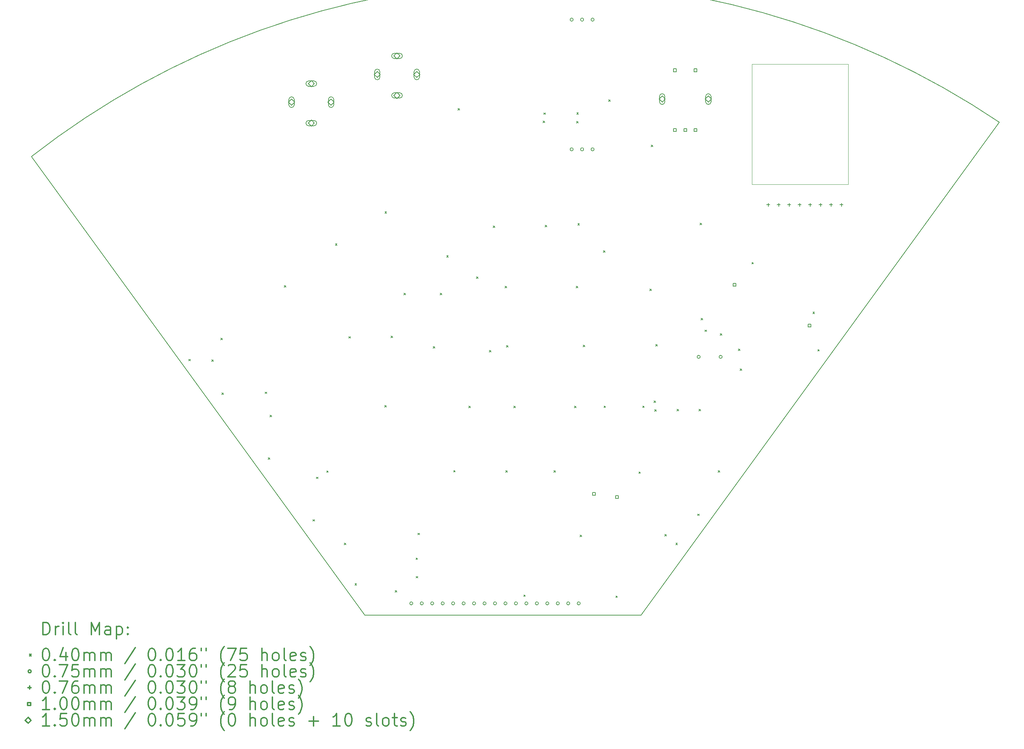
<source format=gbr>
%FSLAX45Y45*%
G04 Gerber Fmt 4.5, Leading zero omitted, Abs format (unit mm)*
G04 Created by KiCad (PCBNEW (5.1.7-0-10_14)) date 2021-04-07 16:23:26*
%MOMM*%
%LPD*%
G01*
G04 APERTURE LIST*
%TA.AperFunction,Profile*%
%ADD10C,0.050000*%
%TD*%
%TA.AperFunction,Profile*%
%ADD11C,0.150000*%
%TD*%
%ADD12C,0.200000*%
%ADD13C,0.300000*%
G04 APERTURE END LIST*
D10*
X19680000Y-7320000D02*
X19860000Y-7320000D01*
X19680000Y-4400000D02*
X19680000Y-7320000D01*
X22020000Y-7320000D02*
X19860000Y-7320000D01*
X22020000Y-4400000D02*
X22020000Y-7320000D01*
X19680000Y-4400000D02*
X22020000Y-4400000D01*
D11*
X25690302Y-5809164D02*
G75*
G03*
X2193600Y-6640400I-11176302J-16585836D01*
G01*
X10289100Y-17783000D02*
X2193600Y-6640400D01*
X16990800Y-17783000D02*
X25690300Y-5809100D01*
X10289100Y-17783000D02*
X16990800Y-17783000D01*
D12*
X6010000Y-11563000D02*
X6050000Y-11603000D01*
X6050000Y-11563000D02*
X6010000Y-11603000D01*
X6571000Y-11575000D02*
X6611000Y-11615000D01*
X6611000Y-11575000D02*
X6571000Y-11615000D01*
X6787000Y-11054000D02*
X6827000Y-11094000D01*
X6827000Y-11054000D02*
X6787000Y-11094000D01*
X6818000Y-12384000D02*
X6858000Y-12424000D01*
X6858000Y-12384000D02*
X6818000Y-12424000D01*
X7865100Y-12360900D02*
X7905100Y-12400900D01*
X7905100Y-12360900D02*
X7865100Y-12400900D01*
X7939000Y-13954000D02*
X7979000Y-13994000D01*
X7979000Y-13954000D02*
X7939000Y-13994000D01*
X7984000Y-12923000D02*
X8024000Y-12963000D01*
X8024000Y-12923000D02*
X7984000Y-12963000D01*
X8327850Y-9775650D02*
X8367850Y-9815650D01*
X8367850Y-9775650D02*
X8327850Y-9815650D01*
X9025000Y-15458000D02*
X9065000Y-15498000D01*
X9065000Y-15458000D02*
X9025000Y-15498000D01*
X9111000Y-14426000D02*
X9151000Y-14466000D01*
X9151000Y-14426000D02*
X9111000Y-14466000D01*
X9358800Y-14274000D02*
X9398800Y-14314000D01*
X9398800Y-14274000D02*
X9358800Y-14314000D01*
X9570700Y-8757900D02*
X9610700Y-8797900D01*
X9610700Y-8757900D02*
X9570700Y-8797900D01*
X9786000Y-16030000D02*
X9826000Y-16070000D01*
X9826000Y-16030000D02*
X9786000Y-16070000D01*
X9896300Y-11013900D02*
X9936300Y-11053900D01*
X9936300Y-11013900D02*
X9896300Y-11053900D01*
X10044000Y-17015000D02*
X10084000Y-17055000D01*
X10084000Y-17015000D02*
X10044000Y-17055000D01*
X10769150Y-12685850D02*
X10809150Y-12725850D01*
X10809150Y-12685850D02*
X10769150Y-12725850D01*
X10773850Y-7979850D02*
X10813850Y-8019850D01*
X10813850Y-7979850D02*
X10773850Y-8019850D01*
X10923000Y-11001000D02*
X10963000Y-11041000D01*
X10963000Y-11001000D02*
X10923000Y-11041000D01*
X11026000Y-17184000D02*
X11066000Y-17224000D01*
X11066000Y-17184000D02*
X11026000Y-17224000D01*
X11232500Y-9962500D02*
X11272500Y-10002500D01*
X11272500Y-9962500D02*
X11232500Y-10002500D01*
X11527000Y-16390000D02*
X11567000Y-16430000D01*
X11567000Y-16390000D02*
X11527000Y-16430000D01*
X11530000Y-16839000D02*
X11570000Y-16879000D01*
X11570000Y-16839000D02*
X11530000Y-16879000D01*
X11573000Y-15788000D02*
X11613000Y-15828000D01*
X11613000Y-15788000D02*
X11573000Y-15828000D01*
X11944000Y-11257000D02*
X11984000Y-11297000D01*
X11984000Y-11257000D02*
X11944000Y-11297000D01*
X12115000Y-9961000D02*
X12155000Y-10001000D01*
X12155000Y-9961000D02*
X12115000Y-10001000D01*
X12272900Y-9047100D02*
X12312900Y-9087100D01*
X12312900Y-9047100D02*
X12272900Y-9087100D01*
X12440200Y-14266000D02*
X12480200Y-14306000D01*
X12480200Y-14266000D02*
X12440200Y-14306000D01*
X12550000Y-5470000D02*
X12590000Y-5510000D01*
X12590000Y-5470000D02*
X12550000Y-5510000D01*
X12811400Y-12701000D02*
X12851400Y-12741000D01*
X12851400Y-12701000D02*
X12811400Y-12741000D01*
X12993000Y-9560000D02*
X13033000Y-9600000D01*
X13033000Y-9560000D02*
X12993000Y-9600000D01*
X13311000Y-11350000D02*
X13351000Y-11390000D01*
X13351000Y-11350000D02*
X13311000Y-11390000D01*
X13400800Y-8327000D02*
X13440800Y-8367000D01*
X13440800Y-8327000D02*
X13400800Y-8367000D01*
X13690400Y-9790000D02*
X13730400Y-9830000D01*
X13730400Y-9790000D02*
X13690400Y-9830000D01*
X13705200Y-14271000D02*
X13745200Y-14311000D01*
X13745200Y-14271000D02*
X13705200Y-14311000D01*
X13726600Y-11227000D02*
X13766600Y-11267000D01*
X13766600Y-11227000D02*
X13726600Y-11267000D01*
X13900600Y-12704000D02*
X13940600Y-12744000D01*
X13940600Y-12704000D02*
X13900600Y-12744000D01*
X14143600Y-17287000D02*
X14183600Y-17327000D01*
X14183600Y-17287000D02*
X14143600Y-17327000D01*
X14610000Y-5780000D02*
X14650000Y-5820000D01*
X14650000Y-5780000D02*
X14610000Y-5820000D01*
X14631000Y-5577000D02*
X14671000Y-5617000D01*
X14671000Y-5577000D02*
X14631000Y-5617000D01*
X14662400Y-8310000D02*
X14702400Y-8350000D01*
X14702400Y-8310000D02*
X14662400Y-8350000D01*
X14873600Y-14271000D02*
X14913600Y-14311000D01*
X14913600Y-14271000D02*
X14873600Y-14311000D01*
X15372800Y-12705000D02*
X15412800Y-12745000D01*
X15412800Y-12705000D02*
X15372800Y-12745000D01*
X15414600Y-9793000D02*
X15454600Y-9833000D01*
X15454600Y-9793000D02*
X15414600Y-9833000D01*
X15426000Y-5786000D02*
X15466000Y-5826000D01*
X15466000Y-5786000D02*
X15426000Y-5826000D01*
X15429000Y-5574000D02*
X15469000Y-5614000D01*
X15469000Y-5574000D02*
X15429000Y-5614000D01*
X15455900Y-8267700D02*
X15495900Y-8307700D01*
X15495900Y-8267700D02*
X15455900Y-8307700D01*
X15513000Y-15834000D02*
X15553000Y-15874000D01*
X15553000Y-15834000D02*
X15513000Y-15874000D01*
X15513000Y-15834000D02*
X15553000Y-15874000D01*
X15553000Y-15834000D02*
X15513000Y-15874000D01*
X15583800Y-11224000D02*
X15623800Y-11264000D01*
X15623800Y-11224000D02*
X15583800Y-11264000D01*
X16080200Y-8924200D02*
X16120200Y-8964200D01*
X16120200Y-8924200D02*
X16080200Y-8964200D01*
X16090100Y-12698900D02*
X16130100Y-12738900D01*
X16130100Y-12698900D02*
X16090100Y-12738900D01*
X16206000Y-5263000D02*
X16246000Y-5303000D01*
X16246000Y-5263000D02*
X16206000Y-5303000D01*
X16379200Y-17312000D02*
X16419200Y-17352000D01*
X16419200Y-17312000D02*
X16379200Y-17352000D01*
X16937000Y-14299000D02*
X16977000Y-14339000D01*
X16977000Y-14299000D02*
X16937000Y-14339000D01*
X17029600Y-12698900D02*
X17069600Y-12738900D01*
X17069600Y-12698900D02*
X17029600Y-12738900D01*
X17204800Y-9857000D02*
X17244800Y-9897000D01*
X17244800Y-9857000D02*
X17204800Y-9897000D01*
X17240000Y-6360000D02*
X17280000Y-6400000D01*
X17280000Y-6360000D02*
X17240000Y-6400000D01*
X17305800Y-12575400D02*
X17345800Y-12615400D01*
X17345800Y-12575400D02*
X17305800Y-12615400D01*
X17324000Y-12789000D02*
X17364000Y-12829000D01*
X17364000Y-12789000D02*
X17324000Y-12829000D01*
X17348000Y-11207000D02*
X17388000Y-11247000D01*
X17388000Y-11207000D02*
X17348000Y-11247000D01*
X17565400Y-15821000D02*
X17605400Y-15861000D01*
X17605400Y-15821000D02*
X17565400Y-15861000D01*
X17834000Y-16030000D02*
X17874000Y-16070000D01*
X17874000Y-16030000D02*
X17834000Y-16070000D01*
X17861200Y-12782000D02*
X17901200Y-12822000D01*
X17901200Y-12782000D02*
X17861200Y-12822000D01*
X18366000Y-15324000D02*
X18406000Y-15364000D01*
X18406000Y-15324000D02*
X18366000Y-15364000D01*
X18394600Y-12782000D02*
X18434600Y-12822000D01*
X18434600Y-12782000D02*
X18394600Y-12822000D01*
X18423400Y-8257400D02*
X18463400Y-8297400D01*
X18463400Y-8257400D02*
X18423400Y-8297400D01*
X18450600Y-10567000D02*
X18490600Y-10607000D01*
X18490600Y-10567000D02*
X18450600Y-10607000D01*
X18542000Y-10853000D02*
X18582000Y-10893000D01*
X18582000Y-10853000D02*
X18542000Y-10893000D01*
X18862400Y-14270000D02*
X18902400Y-14310000D01*
X18902400Y-14270000D02*
X18862400Y-14310000D01*
X18911900Y-10943900D02*
X18951900Y-10983900D01*
X18951900Y-10943900D02*
X18911900Y-10983900D01*
X19355300Y-11313300D02*
X19395300Y-11353300D01*
X19395300Y-11313300D02*
X19355300Y-11353300D01*
X19396000Y-11799000D02*
X19436000Y-11839000D01*
X19436000Y-11799000D02*
X19396000Y-11839000D01*
X19680800Y-9209800D02*
X19720800Y-9249800D01*
X19720800Y-9209800D02*
X19680800Y-9249800D01*
X21163000Y-10415000D02*
X21203000Y-10455000D01*
X21203000Y-10415000D02*
X21163000Y-10455000D01*
X21280000Y-11328000D02*
X21320000Y-11368000D01*
X21320000Y-11328000D02*
X21280000Y-11368000D01*
X18427100Y-11506200D02*
G75*
G03*
X18427100Y-11506200I-37500J0D01*
G01*
X18960500Y-11506200D02*
G75*
G03*
X18960500Y-11506200I-37500J0D01*
G01*
X11451500Y-17495000D02*
G75*
G03*
X11451500Y-17495000I-37500J0D01*
G01*
X11705500Y-17495000D02*
G75*
G03*
X11705500Y-17495000I-37500J0D01*
G01*
X11959500Y-17495000D02*
G75*
G03*
X11959500Y-17495000I-37500J0D01*
G01*
X12213500Y-17495000D02*
G75*
G03*
X12213500Y-17495000I-37500J0D01*
G01*
X12467500Y-17495000D02*
G75*
G03*
X12467500Y-17495000I-37500J0D01*
G01*
X12721500Y-17495000D02*
G75*
G03*
X12721500Y-17495000I-37500J0D01*
G01*
X12975500Y-17495000D02*
G75*
G03*
X12975500Y-17495000I-37500J0D01*
G01*
X13229500Y-17495000D02*
G75*
G03*
X13229500Y-17495000I-37500J0D01*
G01*
X13483500Y-17495000D02*
G75*
G03*
X13483500Y-17495000I-37500J0D01*
G01*
X13737500Y-17495000D02*
G75*
G03*
X13737500Y-17495000I-37500J0D01*
G01*
X13991500Y-17495000D02*
G75*
G03*
X13991500Y-17495000I-37500J0D01*
G01*
X14245500Y-17495000D02*
G75*
G03*
X14245500Y-17495000I-37500J0D01*
G01*
X14499500Y-17495000D02*
G75*
G03*
X14499500Y-17495000I-37500J0D01*
G01*
X14753500Y-17495000D02*
G75*
G03*
X14753500Y-17495000I-37500J0D01*
G01*
X15007500Y-17495000D02*
G75*
G03*
X15007500Y-17495000I-37500J0D01*
G01*
X15261500Y-17495000D02*
G75*
G03*
X15261500Y-17495000I-37500J0D01*
G01*
X15515500Y-17495000D02*
G75*
G03*
X15515500Y-17495000I-37500J0D01*
G01*
X15343500Y-3315000D02*
G75*
G03*
X15343500Y-3315000I-37500J0D01*
G01*
X15343500Y-6465000D02*
G75*
G03*
X15343500Y-6465000I-37500J0D01*
G01*
X15597500Y-3315000D02*
G75*
G03*
X15597500Y-3315000I-37500J0D01*
G01*
X15597500Y-6465000D02*
G75*
G03*
X15597500Y-6465000I-37500J0D01*
G01*
X15851500Y-3315000D02*
G75*
G03*
X15851500Y-3315000I-37500J0D01*
G01*
X15851500Y-6465000D02*
G75*
G03*
X15851500Y-6465000I-37500J0D01*
G01*
X20080000Y-7772900D02*
X20080000Y-7849100D01*
X20041900Y-7811000D02*
X20118100Y-7811000D01*
X20334000Y-7772900D02*
X20334000Y-7849100D01*
X20295900Y-7811000D02*
X20372100Y-7811000D01*
X20588000Y-7772900D02*
X20588000Y-7849100D01*
X20549900Y-7811000D02*
X20626100Y-7811000D01*
X20842000Y-7772900D02*
X20842000Y-7849100D01*
X20803900Y-7811000D02*
X20880100Y-7811000D01*
X21096000Y-7772900D02*
X21096000Y-7849100D01*
X21057900Y-7811000D02*
X21134100Y-7811000D01*
X21350000Y-7772900D02*
X21350000Y-7849100D01*
X21311900Y-7811000D02*
X21388100Y-7811000D01*
X21604000Y-7772900D02*
X21604000Y-7849100D01*
X21565900Y-7811000D02*
X21642100Y-7811000D01*
X21858000Y-7772900D02*
X21858000Y-7849100D01*
X21819900Y-7811000D02*
X21896100Y-7811000D01*
X15884956Y-14868956D02*
X15884956Y-14798244D01*
X15814244Y-14798244D01*
X15814244Y-14868956D01*
X15884956Y-14868956D01*
X16443756Y-14945156D02*
X16443756Y-14874444D01*
X16373044Y-14874444D01*
X16373044Y-14945156D01*
X16443756Y-14945156D01*
X19295356Y-9793356D02*
X19295356Y-9722644D01*
X19224644Y-9722644D01*
X19224644Y-9793356D01*
X19295356Y-9793356D01*
X21117356Y-10779556D02*
X21117356Y-10708844D01*
X21046644Y-10708844D01*
X21046644Y-10779556D01*
X21117356Y-10779556D01*
X17849356Y-4580356D02*
X17849356Y-4509644D01*
X17778644Y-4509644D01*
X17778644Y-4580356D01*
X17849356Y-4580356D01*
X17849356Y-6030356D02*
X17849356Y-5959644D01*
X17778644Y-5959644D01*
X17778644Y-6030356D01*
X17849356Y-6030356D01*
X18099356Y-6030356D02*
X18099356Y-5959644D01*
X18028644Y-5959644D01*
X18028644Y-6030356D01*
X18099356Y-6030356D01*
X18349356Y-4580356D02*
X18349356Y-4509644D01*
X18278644Y-4509644D01*
X18278644Y-4580356D01*
X18349356Y-4580356D01*
X18349356Y-6030356D02*
X18349356Y-5959644D01*
X18278644Y-5959644D01*
X18278644Y-6030356D01*
X18349356Y-6030356D01*
X17504000Y-5320000D02*
X17579000Y-5245000D01*
X17504000Y-5170000D01*
X17429000Y-5245000D01*
X17504000Y-5320000D01*
X17569000Y-5310000D02*
X17569000Y-5180000D01*
X17439000Y-5310000D02*
X17439000Y-5180000D01*
X17569000Y-5180000D02*
G75*
G03*
X17439000Y-5180000I-65000J0D01*
G01*
X17439000Y-5310000D02*
G75*
G03*
X17569000Y-5310000I65000J0D01*
G01*
X18624000Y-5320000D02*
X18699000Y-5245000D01*
X18624000Y-5170000D01*
X18549000Y-5245000D01*
X18624000Y-5320000D01*
X18689000Y-5310000D02*
X18689000Y-5180000D01*
X18559000Y-5310000D02*
X18559000Y-5180000D01*
X18689000Y-5180000D02*
G75*
G03*
X18559000Y-5180000I-65000J0D01*
G01*
X18559000Y-5310000D02*
G75*
G03*
X18689000Y-5310000I65000J0D01*
G01*
X10587000Y-4721000D02*
X10662000Y-4646000D01*
X10587000Y-4571000D01*
X10512000Y-4646000D01*
X10587000Y-4721000D01*
X10522000Y-4581000D02*
X10522000Y-4711000D01*
X10652000Y-4581000D02*
X10652000Y-4711000D01*
X10522000Y-4711000D02*
G75*
G03*
X10652000Y-4711000I65000J0D01*
G01*
X10652000Y-4581000D02*
G75*
G03*
X10522000Y-4581000I-65000J0D01*
G01*
X11067000Y-4271000D02*
X11142000Y-4196000D01*
X11067000Y-4121000D01*
X10992000Y-4196000D01*
X11067000Y-4271000D01*
X11002000Y-4261000D02*
X11132000Y-4261000D01*
X11002000Y-4131000D02*
X11132000Y-4131000D01*
X11132000Y-4261000D02*
G75*
G03*
X11132000Y-4131000I0J65000D01*
G01*
X11002000Y-4131000D02*
G75*
G03*
X11002000Y-4261000I0J-65000D01*
G01*
X11067000Y-5231000D02*
X11142000Y-5156000D01*
X11067000Y-5081000D01*
X10992000Y-5156000D01*
X11067000Y-5231000D01*
X11002000Y-5221000D02*
X11132000Y-5221000D01*
X11002000Y-5091000D02*
X11132000Y-5091000D01*
X11132000Y-5221000D02*
G75*
G03*
X11132000Y-5091000I0J65000D01*
G01*
X11002000Y-5091000D02*
G75*
G03*
X11002000Y-5221000I0J-65000D01*
G01*
X11547000Y-4721000D02*
X11622000Y-4646000D01*
X11547000Y-4571000D01*
X11472000Y-4646000D01*
X11547000Y-4721000D01*
X11482000Y-4581000D02*
X11482000Y-4711000D01*
X11612000Y-4581000D02*
X11612000Y-4711000D01*
X11482000Y-4711000D02*
G75*
G03*
X11612000Y-4711000I65000J0D01*
G01*
X11612000Y-4581000D02*
G75*
G03*
X11482000Y-4581000I-65000J0D01*
G01*
X8506000Y-5394000D02*
X8581000Y-5319000D01*
X8506000Y-5244000D01*
X8431000Y-5319000D01*
X8506000Y-5394000D01*
X8441000Y-5254000D02*
X8441000Y-5384000D01*
X8571000Y-5254000D02*
X8571000Y-5384000D01*
X8441000Y-5384000D02*
G75*
G03*
X8571000Y-5384000I65000J0D01*
G01*
X8571000Y-5254000D02*
G75*
G03*
X8441000Y-5254000I-65000J0D01*
G01*
X8986000Y-4944000D02*
X9061000Y-4869000D01*
X8986000Y-4794000D01*
X8911000Y-4869000D01*
X8986000Y-4944000D01*
X8921000Y-4934000D02*
X9051000Y-4934000D01*
X8921000Y-4804000D02*
X9051000Y-4804000D01*
X9051000Y-4934000D02*
G75*
G03*
X9051000Y-4804000I0J65000D01*
G01*
X8921000Y-4804000D02*
G75*
G03*
X8921000Y-4934000I0J-65000D01*
G01*
X8986000Y-5904000D02*
X9061000Y-5829000D01*
X8986000Y-5754000D01*
X8911000Y-5829000D01*
X8986000Y-5904000D01*
X8921000Y-5894000D02*
X9051000Y-5894000D01*
X8921000Y-5764000D02*
X9051000Y-5764000D01*
X9051000Y-5894000D02*
G75*
G03*
X9051000Y-5764000I0J65000D01*
G01*
X8921000Y-5764000D02*
G75*
G03*
X8921000Y-5894000I0J-65000D01*
G01*
X9466000Y-5394000D02*
X9541000Y-5319000D01*
X9466000Y-5244000D01*
X9391000Y-5319000D01*
X9466000Y-5394000D01*
X9401000Y-5254000D02*
X9401000Y-5384000D01*
X9531000Y-5254000D02*
X9531000Y-5384000D01*
X9401000Y-5384000D02*
G75*
G03*
X9531000Y-5384000I65000J0D01*
G01*
X9531000Y-5254000D02*
G75*
G03*
X9401000Y-5254000I-65000J0D01*
G01*
D13*
X2472528Y-18256214D02*
X2472528Y-17956214D01*
X2543957Y-17956214D01*
X2586814Y-17970500D01*
X2615386Y-17999072D01*
X2629671Y-18027643D01*
X2643957Y-18084786D01*
X2643957Y-18127643D01*
X2629671Y-18184786D01*
X2615386Y-18213357D01*
X2586814Y-18241929D01*
X2543957Y-18256214D01*
X2472528Y-18256214D01*
X2772528Y-18256214D02*
X2772528Y-18056214D01*
X2772528Y-18113357D02*
X2786814Y-18084786D01*
X2801100Y-18070500D01*
X2829671Y-18056214D01*
X2858243Y-18056214D01*
X2958243Y-18256214D02*
X2958243Y-18056214D01*
X2958243Y-17956214D02*
X2943957Y-17970500D01*
X2958243Y-17984786D01*
X2972528Y-17970500D01*
X2958243Y-17956214D01*
X2958243Y-17984786D01*
X3143957Y-18256214D02*
X3115386Y-18241929D01*
X3101100Y-18213357D01*
X3101100Y-17956214D01*
X3301100Y-18256214D02*
X3272528Y-18241929D01*
X3258243Y-18213357D01*
X3258243Y-17956214D01*
X3643957Y-18256214D02*
X3643957Y-17956214D01*
X3743957Y-18170500D01*
X3843957Y-17956214D01*
X3843957Y-18256214D01*
X4115386Y-18256214D02*
X4115386Y-18099072D01*
X4101100Y-18070500D01*
X4072528Y-18056214D01*
X4015386Y-18056214D01*
X3986814Y-18070500D01*
X4115386Y-18241929D02*
X4086814Y-18256214D01*
X4015386Y-18256214D01*
X3986814Y-18241929D01*
X3972528Y-18213357D01*
X3972528Y-18184786D01*
X3986814Y-18156214D01*
X4015386Y-18141929D01*
X4086814Y-18141929D01*
X4115386Y-18127643D01*
X4258243Y-18056214D02*
X4258243Y-18356214D01*
X4258243Y-18070500D02*
X4286814Y-18056214D01*
X4343957Y-18056214D01*
X4372528Y-18070500D01*
X4386814Y-18084786D01*
X4401100Y-18113357D01*
X4401100Y-18199072D01*
X4386814Y-18227643D01*
X4372528Y-18241929D01*
X4343957Y-18256214D01*
X4286814Y-18256214D01*
X4258243Y-18241929D01*
X4529671Y-18227643D02*
X4543957Y-18241929D01*
X4529671Y-18256214D01*
X4515386Y-18241929D01*
X4529671Y-18227643D01*
X4529671Y-18256214D01*
X4529671Y-18070500D02*
X4543957Y-18084786D01*
X4529671Y-18099072D01*
X4515386Y-18084786D01*
X4529671Y-18070500D01*
X4529671Y-18099072D01*
X2146100Y-18730500D02*
X2186100Y-18770500D01*
X2186100Y-18730500D02*
X2146100Y-18770500D01*
X2529671Y-18586214D02*
X2558243Y-18586214D01*
X2586814Y-18600500D01*
X2601100Y-18614786D01*
X2615386Y-18643357D01*
X2629671Y-18700500D01*
X2629671Y-18771929D01*
X2615386Y-18829072D01*
X2601100Y-18857643D01*
X2586814Y-18871929D01*
X2558243Y-18886214D01*
X2529671Y-18886214D01*
X2501100Y-18871929D01*
X2486814Y-18857643D01*
X2472528Y-18829072D01*
X2458243Y-18771929D01*
X2458243Y-18700500D01*
X2472528Y-18643357D01*
X2486814Y-18614786D01*
X2501100Y-18600500D01*
X2529671Y-18586214D01*
X2758243Y-18857643D02*
X2772528Y-18871929D01*
X2758243Y-18886214D01*
X2743957Y-18871929D01*
X2758243Y-18857643D01*
X2758243Y-18886214D01*
X3029671Y-18686214D02*
X3029671Y-18886214D01*
X2958243Y-18571929D02*
X2886814Y-18786214D01*
X3072528Y-18786214D01*
X3243957Y-18586214D02*
X3272528Y-18586214D01*
X3301100Y-18600500D01*
X3315386Y-18614786D01*
X3329671Y-18643357D01*
X3343957Y-18700500D01*
X3343957Y-18771929D01*
X3329671Y-18829072D01*
X3315386Y-18857643D01*
X3301100Y-18871929D01*
X3272528Y-18886214D01*
X3243957Y-18886214D01*
X3215386Y-18871929D01*
X3201100Y-18857643D01*
X3186814Y-18829072D01*
X3172528Y-18771929D01*
X3172528Y-18700500D01*
X3186814Y-18643357D01*
X3201100Y-18614786D01*
X3215386Y-18600500D01*
X3243957Y-18586214D01*
X3472528Y-18886214D02*
X3472528Y-18686214D01*
X3472528Y-18714786D02*
X3486814Y-18700500D01*
X3515386Y-18686214D01*
X3558243Y-18686214D01*
X3586814Y-18700500D01*
X3601100Y-18729072D01*
X3601100Y-18886214D01*
X3601100Y-18729072D02*
X3615386Y-18700500D01*
X3643957Y-18686214D01*
X3686814Y-18686214D01*
X3715386Y-18700500D01*
X3729671Y-18729072D01*
X3729671Y-18886214D01*
X3872528Y-18886214D02*
X3872528Y-18686214D01*
X3872528Y-18714786D02*
X3886814Y-18700500D01*
X3915386Y-18686214D01*
X3958243Y-18686214D01*
X3986814Y-18700500D01*
X4001100Y-18729072D01*
X4001100Y-18886214D01*
X4001100Y-18729072D02*
X4015386Y-18700500D01*
X4043957Y-18686214D01*
X4086814Y-18686214D01*
X4115386Y-18700500D01*
X4129671Y-18729072D01*
X4129671Y-18886214D01*
X4715386Y-18571929D02*
X4458243Y-18957643D01*
X5101100Y-18586214D02*
X5129671Y-18586214D01*
X5158243Y-18600500D01*
X5172528Y-18614786D01*
X5186814Y-18643357D01*
X5201100Y-18700500D01*
X5201100Y-18771929D01*
X5186814Y-18829072D01*
X5172528Y-18857643D01*
X5158243Y-18871929D01*
X5129671Y-18886214D01*
X5101100Y-18886214D01*
X5072528Y-18871929D01*
X5058243Y-18857643D01*
X5043957Y-18829072D01*
X5029671Y-18771929D01*
X5029671Y-18700500D01*
X5043957Y-18643357D01*
X5058243Y-18614786D01*
X5072528Y-18600500D01*
X5101100Y-18586214D01*
X5329671Y-18857643D02*
X5343957Y-18871929D01*
X5329671Y-18886214D01*
X5315386Y-18871929D01*
X5329671Y-18857643D01*
X5329671Y-18886214D01*
X5529671Y-18586214D02*
X5558243Y-18586214D01*
X5586814Y-18600500D01*
X5601100Y-18614786D01*
X5615386Y-18643357D01*
X5629671Y-18700500D01*
X5629671Y-18771929D01*
X5615386Y-18829072D01*
X5601100Y-18857643D01*
X5586814Y-18871929D01*
X5558243Y-18886214D01*
X5529671Y-18886214D01*
X5501100Y-18871929D01*
X5486814Y-18857643D01*
X5472528Y-18829072D01*
X5458243Y-18771929D01*
X5458243Y-18700500D01*
X5472528Y-18643357D01*
X5486814Y-18614786D01*
X5501100Y-18600500D01*
X5529671Y-18586214D01*
X5915386Y-18886214D02*
X5743957Y-18886214D01*
X5829671Y-18886214D02*
X5829671Y-18586214D01*
X5801100Y-18629072D01*
X5772528Y-18657643D01*
X5743957Y-18671929D01*
X6172528Y-18586214D02*
X6115386Y-18586214D01*
X6086814Y-18600500D01*
X6072528Y-18614786D01*
X6043957Y-18657643D01*
X6029671Y-18714786D01*
X6029671Y-18829072D01*
X6043957Y-18857643D01*
X6058243Y-18871929D01*
X6086814Y-18886214D01*
X6143957Y-18886214D01*
X6172528Y-18871929D01*
X6186814Y-18857643D01*
X6201100Y-18829072D01*
X6201100Y-18757643D01*
X6186814Y-18729072D01*
X6172528Y-18714786D01*
X6143957Y-18700500D01*
X6086814Y-18700500D01*
X6058243Y-18714786D01*
X6043957Y-18729072D01*
X6029671Y-18757643D01*
X6315386Y-18586214D02*
X6315386Y-18643357D01*
X6429671Y-18586214D02*
X6429671Y-18643357D01*
X6872528Y-19000500D02*
X6858243Y-18986214D01*
X6829671Y-18943357D01*
X6815386Y-18914786D01*
X6801100Y-18871929D01*
X6786814Y-18800500D01*
X6786814Y-18743357D01*
X6801100Y-18671929D01*
X6815386Y-18629072D01*
X6829671Y-18600500D01*
X6858243Y-18557643D01*
X6872528Y-18543357D01*
X6958243Y-18586214D02*
X7158243Y-18586214D01*
X7029671Y-18886214D01*
X7415386Y-18586214D02*
X7272528Y-18586214D01*
X7258243Y-18729072D01*
X7272528Y-18714786D01*
X7301100Y-18700500D01*
X7372528Y-18700500D01*
X7401100Y-18714786D01*
X7415386Y-18729072D01*
X7429671Y-18757643D01*
X7429671Y-18829072D01*
X7415386Y-18857643D01*
X7401100Y-18871929D01*
X7372528Y-18886214D01*
X7301100Y-18886214D01*
X7272528Y-18871929D01*
X7258243Y-18857643D01*
X7786814Y-18886214D02*
X7786814Y-18586214D01*
X7915386Y-18886214D02*
X7915386Y-18729072D01*
X7901100Y-18700500D01*
X7872528Y-18686214D01*
X7829671Y-18686214D01*
X7801100Y-18700500D01*
X7786814Y-18714786D01*
X8101100Y-18886214D02*
X8072528Y-18871929D01*
X8058243Y-18857643D01*
X8043957Y-18829072D01*
X8043957Y-18743357D01*
X8058243Y-18714786D01*
X8072528Y-18700500D01*
X8101100Y-18686214D01*
X8143957Y-18686214D01*
X8172528Y-18700500D01*
X8186814Y-18714786D01*
X8201100Y-18743357D01*
X8201100Y-18829072D01*
X8186814Y-18857643D01*
X8172528Y-18871929D01*
X8143957Y-18886214D01*
X8101100Y-18886214D01*
X8372528Y-18886214D02*
X8343957Y-18871929D01*
X8329671Y-18843357D01*
X8329671Y-18586214D01*
X8601100Y-18871929D02*
X8572528Y-18886214D01*
X8515386Y-18886214D01*
X8486814Y-18871929D01*
X8472528Y-18843357D01*
X8472528Y-18729072D01*
X8486814Y-18700500D01*
X8515386Y-18686214D01*
X8572528Y-18686214D01*
X8601100Y-18700500D01*
X8615386Y-18729072D01*
X8615386Y-18757643D01*
X8472528Y-18786214D01*
X8729671Y-18871929D02*
X8758243Y-18886214D01*
X8815386Y-18886214D01*
X8843957Y-18871929D01*
X8858243Y-18843357D01*
X8858243Y-18829072D01*
X8843957Y-18800500D01*
X8815386Y-18786214D01*
X8772528Y-18786214D01*
X8743957Y-18771929D01*
X8729671Y-18743357D01*
X8729671Y-18729072D01*
X8743957Y-18700500D01*
X8772528Y-18686214D01*
X8815386Y-18686214D01*
X8843957Y-18700500D01*
X8958243Y-19000500D02*
X8972528Y-18986214D01*
X9001100Y-18943357D01*
X9015386Y-18914786D01*
X9029671Y-18871929D01*
X9043957Y-18800500D01*
X9043957Y-18743357D01*
X9029671Y-18671929D01*
X9015386Y-18629072D01*
X9001100Y-18600500D01*
X8972528Y-18557643D01*
X8958243Y-18543357D01*
X2186100Y-19146500D02*
G75*
G03*
X2186100Y-19146500I-37500J0D01*
G01*
X2529671Y-18982214D02*
X2558243Y-18982214D01*
X2586814Y-18996500D01*
X2601100Y-19010786D01*
X2615386Y-19039357D01*
X2629671Y-19096500D01*
X2629671Y-19167929D01*
X2615386Y-19225072D01*
X2601100Y-19253643D01*
X2586814Y-19267929D01*
X2558243Y-19282214D01*
X2529671Y-19282214D01*
X2501100Y-19267929D01*
X2486814Y-19253643D01*
X2472528Y-19225072D01*
X2458243Y-19167929D01*
X2458243Y-19096500D01*
X2472528Y-19039357D01*
X2486814Y-19010786D01*
X2501100Y-18996500D01*
X2529671Y-18982214D01*
X2758243Y-19253643D02*
X2772528Y-19267929D01*
X2758243Y-19282214D01*
X2743957Y-19267929D01*
X2758243Y-19253643D01*
X2758243Y-19282214D01*
X2872528Y-18982214D02*
X3072528Y-18982214D01*
X2943957Y-19282214D01*
X3329671Y-18982214D02*
X3186814Y-18982214D01*
X3172528Y-19125072D01*
X3186814Y-19110786D01*
X3215386Y-19096500D01*
X3286814Y-19096500D01*
X3315386Y-19110786D01*
X3329671Y-19125072D01*
X3343957Y-19153643D01*
X3343957Y-19225072D01*
X3329671Y-19253643D01*
X3315386Y-19267929D01*
X3286814Y-19282214D01*
X3215386Y-19282214D01*
X3186814Y-19267929D01*
X3172528Y-19253643D01*
X3472528Y-19282214D02*
X3472528Y-19082214D01*
X3472528Y-19110786D02*
X3486814Y-19096500D01*
X3515386Y-19082214D01*
X3558243Y-19082214D01*
X3586814Y-19096500D01*
X3601100Y-19125072D01*
X3601100Y-19282214D01*
X3601100Y-19125072D02*
X3615386Y-19096500D01*
X3643957Y-19082214D01*
X3686814Y-19082214D01*
X3715386Y-19096500D01*
X3729671Y-19125072D01*
X3729671Y-19282214D01*
X3872528Y-19282214D02*
X3872528Y-19082214D01*
X3872528Y-19110786D02*
X3886814Y-19096500D01*
X3915386Y-19082214D01*
X3958243Y-19082214D01*
X3986814Y-19096500D01*
X4001100Y-19125072D01*
X4001100Y-19282214D01*
X4001100Y-19125072D02*
X4015386Y-19096500D01*
X4043957Y-19082214D01*
X4086814Y-19082214D01*
X4115386Y-19096500D01*
X4129671Y-19125072D01*
X4129671Y-19282214D01*
X4715386Y-18967929D02*
X4458243Y-19353643D01*
X5101100Y-18982214D02*
X5129671Y-18982214D01*
X5158243Y-18996500D01*
X5172528Y-19010786D01*
X5186814Y-19039357D01*
X5201100Y-19096500D01*
X5201100Y-19167929D01*
X5186814Y-19225072D01*
X5172528Y-19253643D01*
X5158243Y-19267929D01*
X5129671Y-19282214D01*
X5101100Y-19282214D01*
X5072528Y-19267929D01*
X5058243Y-19253643D01*
X5043957Y-19225072D01*
X5029671Y-19167929D01*
X5029671Y-19096500D01*
X5043957Y-19039357D01*
X5058243Y-19010786D01*
X5072528Y-18996500D01*
X5101100Y-18982214D01*
X5329671Y-19253643D02*
X5343957Y-19267929D01*
X5329671Y-19282214D01*
X5315386Y-19267929D01*
X5329671Y-19253643D01*
X5329671Y-19282214D01*
X5529671Y-18982214D02*
X5558243Y-18982214D01*
X5586814Y-18996500D01*
X5601100Y-19010786D01*
X5615386Y-19039357D01*
X5629671Y-19096500D01*
X5629671Y-19167929D01*
X5615386Y-19225072D01*
X5601100Y-19253643D01*
X5586814Y-19267929D01*
X5558243Y-19282214D01*
X5529671Y-19282214D01*
X5501100Y-19267929D01*
X5486814Y-19253643D01*
X5472528Y-19225072D01*
X5458243Y-19167929D01*
X5458243Y-19096500D01*
X5472528Y-19039357D01*
X5486814Y-19010786D01*
X5501100Y-18996500D01*
X5529671Y-18982214D01*
X5729671Y-18982214D02*
X5915386Y-18982214D01*
X5815386Y-19096500D01*
X5858243Y-19096500D01*
X5886814Y-19110786D01*
X5901100Y-19125072D01*
X5915386Y-19153643D01*
X5915386Y-19225072D01*
X5901100Y-19253643D01*
X5886814Y-19267929D01*
X5858243Y-19282214D01*
X5772528Y-19282214D01*
X5743957Y-19267929D01*
X5729671Y-19253643D01*
X6101100Y-18982214D02*
X6129671Y-18982214D01*
X6158243Y-18996500D01*
X6172528Y-19010786D01*
X6186814Y-19039357D01*
X6201100Y-19096500D01*
X6201100Y-19167929D01*
X6186814Y-19225072D01*
X6172528Y-19253643D01*
X6158243Y-19267929D01*
X6129671Y-19282214D01*
X6101100Y-19282214D01*
X6072528Y-19267929D01*
X6058243Y-19253643D01*
X6043957Y-19225072D01*
X6029671Y-19167929D01*
X6029671Y-19096500D01*
X6043957Y-19039357D01*
X6058243Y-19010786D01*
X6072528Y-18996500D01*
X6101100Y-18982214D01*
X6315386Y-18982214D02*
X6315386Y-19039357D01*
X6429671Y-18982214D02*
X6429671Y-19039357D01*
X6872528Y-19396500D02*
X6858243Y-19382214D01*
X6829671Y-19339357D01*
X6815386Y-19310786D01*
X6801100Y-19267929D01*
X6786814Y-19196500D01*
X6786814Y-19139357D01*
X6801100Y-19067929D01*
X6815386Y-19025072D01*
X6829671Y-18996500D01*
X6858243Y-18953643D01*
X6872528Y-18939357D01*
X6972528Y-19010786D02*
X6986814Y-18996500D01*
X7015386Y-18982214D01*
X7086814Y-18982214D01*
X7115386Y-18996500D01*
X7129671Y-19010786D01*
X7143957Y-19039357D01*
X7143957Y-19067929D01*
X7129671Y-19110786D01*
X6958243Y-19282214D01*
X7143957Y-19282214D01*
X7415386Y-18982214D02*
X7272528Y-18982214D01*
X7258243Y-19125072D01*
X7272528Y-19110786D01*
X7301100Y-19096500D01*
X7372528Y-19096500D01*
X7401100Y-19110786D01*
X7415386Y-19125072D01*
X7429671Y-19153643D01*
X7429671Y-19225072D01*
X7415386Y-19253643D01*
X7401100Y-19267929D01*
X7372528Y-19282214D01*
X7301100Y-19282214D01*
X7272528Y-19267929D01*
X7258243Y-19253643D01*
X7786814Y-19282214D02*
X7786814Y-18982214D01*
X7915386Y-19282214D02*
X7915386Y-19125072D01*
X7901100Y-19096500D01*
X7872528Y-19082214D01*
X7829671Y-19082214D01*
X7801100Y-19096500D01*
X7786814Y-19110786D01*
X8101100Y-19282214D02*
X8072528Y-19267929D01*
X8058243Y-19253643D01*
X8043957Y-19225072D01*
X8043957Y-19139357D01*
X8058243Y-19110786D01*
X8072528Y-19096500D01*
X8101100Y-19082214D01*
X8143957Y-19082214D01*
X8172528Y-19096500D01*
X8186814Y-19110786D01*
X8201100Y-19139357D01*
X8201100Y-19225072D01*
X8186814Y-19253643D01*
X8172528Y-19267929D01*
X8143957Y-19282214D01*
X8101100Y-19282214D01*
X8372528Y-19282214D02*
X8343957Y-19267929D01*
X8329671Y-19239357D01*
X8329671Y-18982214D01*
X8601100Y-19267929D02*
X8572528Y-19282214D01*
X8515386Y-19282214D01*
X8486814Y-19267929D01*
X8472528Y-19239357D01*
X8472528Y-19125072D01*
X8486814Y-19096500D01*
X8515386Y-19082214D01*
X8572528Y-19082214D01*
X8601100Y-19096500D01*
X8615386Y-19125072D01*
X8615386Y-19153643D01*
X8472528Y-19182214D01*
X8729671Y-19267929D02*
X8758243Y-19282214D01*
X8815386Y-19282214D01*
X8843957Y-19267929D01*
X8858243Y-19239357D01*
X8858243Y-19225072D01*
X8843957Y-19196500D01*
X8815386Y-19182214D01*
X8772528Y-19182214D01*
X8743957Y-19167929D01*
X8729671Y-19139357D01*
X8729671Y-19125072D01*
X8743957Y-19096500D01*
X8772528Y-19082214D01*
X8815386Y-19082214D01*
X8843957Y-19096500D01*
X8958243Y-19396500D02*
X8972528Y-19382214D01*
X9001100Y-19339357D01*
X9015386Y-19310786D01*
X9029671Y-19267929D01*
X9043957Y-19196500D01*
X9043957Y-19139357D01*
X9029671Y-19067929D01*
X9015386Y-19025072D01*
X9001100Y-18996500D01*
X8972528Y-18953643D01*
X8958243Y-18939357D01*
X2148000Y-19504400D02*
X2148000Y-19580600D01*
X2109900Y-19542500D02*
X2186100Y-19542500D01*
X2529671Y-19378214D02*
X2558243Y-19378214D01*
X2586814Y-19392500D01*
X2601100Y-19406786D01*
X2615386Y-19435357D01*
X2629671Y-19492500D01*
X2629671Y-19563929D01*
X2615386Y-19621072D01*
X2601100Y-19649643D01*
X2586814Y-19663929D01*
X2558243Y-19678214D01*
X2529671Y-19678214D01*
X2501100Y-19663929D01*
X2486814Y-19649643D01*
X2472528Y-19621072D01*
X2458243Y-19563929D01*
X2458243Y-19492500D01*
X2472528Y-19435357D01*
X2486814Y-19406786D01*
X2501100Y-19392500D01*
X2529671Y-19378214D01*
X2758243Y-19649643D02*
X2772528Y-19663929D01*
X2758243Y-19678214D01*
X2743957Y-19663929D01*
X2758243Y-19649643D01*
X2758243Y-19678214D01*
X2872528Y-19378214D02*
X3072528Y-19378214D01*
X2943957Y-19678214D01*
X3315386Y-19378214D02*
X3258243Y-19378214D01*
X3229671Y-19392500D01*
X3215386Y-19406786D01*
X3186814Y-19449643D01*
X3172528Y-19506786D01*
X3172528Y-19621072D01*
X3186814Y-19649643D01*
X3201100Y-19663929D01*
X3229671Y-19678214D01*
X3286814Y-19678214D01*
X3315386Y-19663929D01*
X3329671Y-19649643D01*
X3343957Y-19621072D01*
X3343957Y-19549643D01*
X3329671Y-19521072D01*
X3315386Y-19506786D01*
X3286814Y-19492500D01*
X3229671Y-19492500D01*
X3201100Y-19506786D01*
X3186814Y-19521072D01*
X3172528Y-19549643D01*
X3472528Y-19678214D02*
X3472528Y-19478214D01*
X3472528Y-19506786D02*
X3486814Y-19492500D01*
X3515386Y-19478214D01*
X3558243Y-19478214D01*
X3586814Y-19492500D01*
X3601100Y-19521072D01*
X3601100Y-19678214D01*
X3601100Y-19521072D02*
X3615386Y-19492500D01*
X3643957Y-19478214D01*
X3686814Y-19478214D01*
X3715386Y-19492500D01*
X3729671Y-19521072D01*
X3729671Y-19678214D01*
X3872528Y-19678214D02*
X3872528Y-19478214D01*
X3872528Y-19506786D02*
X3886814Y-19492500D01*
X3915386Y-19478214D01*
X3958243Y-19478214D01*
X3986814Y-19492500D01*
X4001100Y-19521072D01*
X4001100Y-19678214D01*
X4001100Y-19521072D02*
X4015386Y-19492500D01*
X4043957Y-19478214D01*
X4086814Y-19478214D01*
X4115386Y-19492500D01*
X4129671Y-19521072D01*
X4129671Y-19678214D01*
X4715386Y-19363929D02*
X4458243Y-19749643D01*
X5101100Y-19378214D02*
X5129671Y-19378214D01*
X5158243Y-19392500D01*
X5172528Y-19406786D01*
X5186814Y-19435357D01*
X5201100Y-19492500D01*
X5201100Y-19563929D01*
X5186814Y-19621072D01*
X5172528Y-19649643D01*
X5158243Y-19663929D01*
X5129671Y-19678214D01*
X5101100Y-19678214D01*
X5072528Y-19663929D01*
X5058243Y-19649643D01*
X5043957Y-19621072D01*
X5029671Y-19563929D01*
X5029671Y-19492500D01*
X5043957Y-19435357D01*
X5058243Y-19406786D01*
X5072528Y-19392500D01*
X5101100Y-19378214D01*
X5329671Y-19649643D02*
X5343957Y-19663929D01*
X5329671Y-19678214D01*
X5315386Y-19663929D01*
X5329671Y-19649643D01*
X5329671Y-19678214D01*
X5529671Y-19378214D02*
X5558243Y-19378214D01*
X5586814Y-19392500D01*
X5601100Y-19406786D01*
X5615386Y-19435357D01*
X5629671Y-19492500D01*
X5629671Y-19563929D01*
X5615386Y-19621072D01*
X5601100Y-19649643D01*
X5586814Y-19663929D01*
X5558243Y-19678214D01*
X5529671Y-19678214D01*
X5501100Y-19663929D01*
X5486814Y-19649643D01*
X5472528Y-19621072D01*
X5458243Y-19563929D01*
X5458243Y-19492500D01*
X5472528Y-19435357D01*
X5486814Y-19406786D01*
X5501100Y-19392500D01*
X5529671Y-19378214D01*
X5729671Y-19378214D02*
X5915386Y-19378214D01*
X5815386Y-19492500D01*
X5858243Y-19492500D01*
X5886814Y-19506786D01*
X5901100Y-19521072D01*
X5915386Y-19549643D01*
X5915386Y-19621072D01*
X5901100Y-19649643D01*
X5886814Y-19663929D01*
X5858243Y-19678214D01*
X5772528Y-19678214D01*
X5743957Y-19663929D01*
X5729671Y-19649643D01*
X6101100Y-19378214D02*
X6129671Y-19378214D01*
X6158243Y-19392500D01*
X6172528Y-19406786D01*
X6186814Y-19435357D01*
X6201100Y-19492500D01*
X6201100Y-19563929D01*
X6186814Y-19621072D01*
X6172528Y-19649643D01*
X6158243Y-19663929D01*
X6129671Y-19678214D01*
X6101100Y-19678214D01*
X6072528Y-19663929D01*
X6058243Y-19649643D01*
X6043957Y-19621072D01*
X6029671Y-19563929D01*
X6029671Y-19492500D01*
X6043957Y-19435357D01*
X6058243Y-19406786D01*
X6072528Y-19392500D01*
X6101100Y-19378214D01*
X6315386Y-19378214D02*
X6315386Y-19435357D01*
X6429671Y-19378214D02*
X6429671Y-19435357D01*
X6872528Y-19792500D02*
X6858243Y-19778214D01*
X6829671Y-19735357D01*
X6815386Y-19706786D01*
X6801100Y-19663929D01*
X6786814Y-19592500D01*
X6786814Y-19535357D01*
X6801100Y-19463929D01*
X6815386Y-19421072D01*
X6829671Y-19392500D01*
X6858243Y-19349643D01*
X6872528Y-19335357D01*
X7029671Y-19506786D02*
X7001100Y-19492500D01*
X6986814Y-19478214D01*
X6972528Y-19449643D01*
X6972528Y-19435357D01*
X6986814Y-19406786D01*
X7001100Y-19392500D01*
X7029671Y-19378214D01*
X7086814Y-19378214D01*
X7115386Y-19392500D01*
X7129671Y-19406786D01*
X7143957Y-19435357D01*
X7143957Y-19449643D01*
X7129671Y-19478214D01*
X7115386Y-19492500D01*
X7086814Y-19506786D01*
X7029671Y-19506786D01*
X7001100Y-19521072D01*
X6986814Y-19535357D01*
X6972528Y-19563929D01*
X6972528Y-19621072D01*
X6986814Y-19649643D01*
X7001100Y-19663929D01*
X7029671Y-19678214D01*
X7086814Y-19678214D01*
X7115386Y-19663929D01*
X7129671Y-19649643D01*
X7143957Y-19621072D01*
X7143957Y-19563929D01*
X7129671Y-19535357D01*
X7115386Y-19521072D01*
X7086814Y-19506786D01*
X7501100Y-19678214D02*
X7501100Y-19378214D01*
X7629671Y-19678214D02*
X7629671Y-19521072D01*
X7615386Y-19492500D01*
X7586814Y-19478214D01*
X7543957Y-19478214D01*
X7515386Y-19492500D01*
X7501100Y-19506786D01*
X7815386Y-19678214D02*
X7786814Y-19663929D01*
X7772528Y-19649643D01*
X7758243Y-19621072D01*
X7758243Y-19535357D01*
X7772528Y-19506786D01*
X7786814Y-19492500D01*
X7815386Y-19478214D01*
X7858243Y-19478214D01*
X7886814Y-19492500D01*
X7901100Y-19506786D01*
X7915386Y-19535357D01*
X7915386Y-19621072D01*
X7901100Y-19649643D01*
X7886814Y-19663929D01*
X7858243Y-19678214D01*
X7815386Y-19678214D01*
X8086814Y-19678214D02*
X8058243Y-19663929D01*
X8043957Y-19635357D01*
X8043957Y-19378214D01*
X8315386Y-19663929D02*
X8286814Y-19678214D01*
X8229671Y-19678214D01*
X8201100Y-19663929D01*
X8186814Y-19635357D01*
X8186814Y-19521072D01*
X8201100Y-19492500D01*
X8229671Y-19478214D01*
X8286814Y-19478214D01*
X8315386Y-19492500D01*
X8329671Y-19521072D01*
X8329671Y-19549643D01*
X8186814Y-19578214D01*
X8443957Y-19663929D02*
X8472528Y-19678214D01*
X8529671Y-19678214D01*
X8558243Y-19663929D01*
X8572528Y-19635357D01*
X8572528Y-19621072D01*
X8558243Y-19592500D01*
X8529671Y-19578214D01*
X8486814Y-19578214D01*
X8458243Y-19563929D01*
X8443957Y-19535357D01*
X8443957Y-19521072D01*
X8458243Y-19492500D01*
X8486814Y-19478214D01*
X8529671Y-19478214D01*
X8558243Y-19492500D01*
X8672528Y-19792500D02*
X8686814Y-19778214D01*
X8715386Y-19735357D01*
X8729671Y-19706786D01*
X8743957Y-19663929D01*
X8758243Y-19592500D01*
X8758243Y-19535357D01*
X8743957Y-19463929D01*
X8729671Y-19421072D01*
X8715386Y-19392500D01*
X8686814Y-19349643D01*
X8672528Y-19335357D01*
X2171456Y-19973856D02*
X2171456Y-19903144D01*
X2100744Y-19903144D01*
X2100744Y-19973856D01*
X2171456Y-19973856D01*
X2629671Y-20074214D02*
X2458243Y-20074214D01*
X2543957Y-20074214D02*
X2543957Y-19774214D01*
X2515386Y-19817072D01*
X2486814Y-19845643D01*
X2458243Y-19859929D01*
X2758243Y-20045643D02*
X2772528Y-20059929D01*
X2758243Y-20074214D01*
X2743957Y-20059929D01*
X2758243Y-20045643D01*
X2758243Y-20074214D01*
X2958243Y-19774214D02*
X2986814Y-19774214D01*
X3015386Y-19788500D01*
X3029671Y-19802786D01*
X3043957Y-19831357D01*
X3058243Y-19888500D01*
X3058243Y-19959929D01*
X3043957Y-20017072D01*
X3029671Y-20045643D01*
X3015386Y-20059929D01*
X2986814Y-20074214D01*
X2958243Y-20074214D01*
X2929671Y-20059929D01*
X2915386Y-20045643D01*
X2901100Y-20017072D01*
X2886814Y-19959929D01*
X2886814Y-19888500D01*
X2901100Y-19831357D01*
X2915386Y-19802786D01*
X2929671Y-19788500D01*
X2958243Y-19774214D01*
X3243957Y-19774214D02*
X3272528Y-19774214D01*
X3301100Y-19788500D01*
X3315386Y-19802786D01*
X3329671Y-19831357D01*
X3343957Y-19888500D01*
X3343957Y-19959929D01*
X3329671Y-20017072D01*
X3315386Y-20045643D01*
X3301100Y-20059929D01*
X3272528Y-20074214D01*
X3243957Y-20074214D01*
X3215386Y-20059929D01*
X3201100Y-20045643D01*
X3186814Y-20017072D01*
X3172528Y-19959929D01*
X3172528Y-19888500D01*
X3186814Y-19831357D01*
X3201100Y-19802786D01*
X3215386Y-19788500D01*
X3243957Y-19774214D01*
X3472528Y-20074214D02*
X3472528Y-19874214D01*
X3472528Y-19902786D02*
X3486814Y-19888500D01*
X3515386Y-19874214D01*
X3558243Y-19874214D01*
X3586814Y-19888500D01*
X3601100Y-19917072D01*
X3601100Y-20074214D01*
X3601100Y-19917072D02*
X3615386Y-19888500D01*
X3643957Y-19874214D01*
X3686814Y-19874214D01*
X3715386Y-19888500D01*
X3729671Y-19917072D01*
X3729671Y-20074214D01*
X3872528Y-20074214D02*
X3872528Y-19874214D01*
X3872528Y-19902786D02*
X3886814Y-19888500D01*
X3915386Y-19874214D01*
X3958243Y-19874214D01*
X3986814Y-19888500D01*
X4001100Y-19917072D01*
X4001100Y-20074214D01*
X4001100Y-19917072D02*
X4015386Y-19888500D01*
X4043957Y-19874214D01*
X4086814Y-19874214D01*
X4115386Y-19888500D01*
X4129671Y-19917072D01*
X4129671Y-20074214D01*
X4715386Y-19759929D02*
X4458243Y-20145643D01*
X5101100Y-19774214D02*
X5129671Y-19774214D01*
X5158243Y-19788500D01*
X5172528Y-19802786D01*
X5186814Y-19831357D01*
X5201100Y-19888500D01*
X5201100Y-19959929D01*
X5186814Y-20017072D01*
X5172528Y-20045643D01*
X5158243Y-20059929D01*
X5129671Y-20074214D01*
X5101100Y-20074214D01*
X5072528Y-20059929D01*
X5058243Y-20045643D01*
X5043957Y-20017072D01*
X5029671Y-19959929D01*
X5029671Y-19888500D01*
X5043957Y-19831357D01*
X5058243Y-19802786D01*
X5072528Y-19788500D01*
X5101100Y-19774214D01*
X5329671Y-20045643D02*
X5343957Y-20059929D01*
X5329671Y-20074214D01*
X5315386Y-20059929D01*
X5329671Y-20045643D01*
X5329671Y-20074214D01*
X5529671Y-19774214D02*
X5558243Y-19774214D01*
X5586814Y-19788500D01*
X5601100Y-19802786D01*
X5615386Y-19831357D01*
X5629671Y-19888500D01*
X5629671Y-19959929D01*
X5615386Y-20017072D01*
X5601100Y-20045643D01*
X5586814Y-20059929D01*
X5558243Y-20074214D01*
X5529671Y-20074214D01*
X5501100Y-20059929D01*
X5486814Y-20045643D01*
X5472528Y-20017072D01*
X5458243Y-19959929D01*
X5458243Y-19888500D01*
X5472528Y-19831357D01*
X5486814Y-19802786D01*
X5501100Y-19788500D01*
X5529671Y-19774214D01*
X5729671Y-19774214D02*
X5915386Y-19774214D01*
X5815386Y-19888500D01*
X5858243Y-19888500D01*
X5886814Y-19902786D01*
X5901100Y-19917072D01*
X5915386Y-19945643D01*
X5915386Y-20017072D01*
X5901100Y-20045643D01*
X5886814Y-20059929D01*
X5858243Y-20074214D01*
X5772528Y-20074214D01*
X5743957Y-20059929D01*
X5729671Y-20045643D01*
X6058243Y-20074214D02*
X6115386Y-20074214D01*
X6143957Y-20059929D01*
X6158243Y-20045643D01*
X6186814Y-20002786D01*
X6201100Y-19945643D01*
X6201100Y-19831357D01*
X6186814Y-19802786D01*
X6172528Y-19788500D01*
X6143957Y-19774214D01*
X6086814Y-19774214D01*
X6058243Y-19788500D01*
X6043957Y-19802786D01*
X6029671Y-19831357D01*
X6029671Y-19902786D01*
X6043957Y-19931357D01*
X6058243Y-19945643D01*
X6086814Y-19959929D01*
X6143957Y-19959929D01*
X6172528Y-19945643D01*
X6186814Y-19931357D01*
X6201100Y-19902786D01*
X6315386Y-19774214D02*
X6315386Y-19831357D01*
X6429671Y-19774214D02*
X6429671Y-19831357D01*
X6872528Y-20188500D02*
X6858243Y-20174214D01*
X6829671Y-20131357D01*
X6815386Y-20102786D01*
X6801100Y-20059929D01*
X6786814Y-19988500D01*
X6786814Y-19931357D01*
X6801100Y-19859929D01*
X6815386Y-19817072D01*
X6829671Y-19788500D01*
X6858243Y-19745643D01*
X6872528Y-19731357D01*
X7001100Y-20074214D02*
X7058243Y-20074214D01*
X7086814Y-20059929D01*
X7101100Y-20045643D01*
X7129671Y-20002786D01*
X7143957Y-19945643D01*
X7143957Y-19831357D01*
X7129671Y-19802786D01*
X7115386Y-19788500D01*
X7086814Y-19774214D01*
X7029671Y-19774214D01*
X7001100Y-19788500D01*
X6986814Y-19802786D01*
X6972528Y-19831357D01*
X6972528Y-19902786D01*
X6986814Y-19931357D01*
X7001100Y-19945643D01*
X7029671Y-19959929D01*
X7086814Y-19959929D01*
X7115386Y-19945643D01*
X7129671Y-19931357D01*
X7143957Y-19902786D01*
X7501100Y-20074214D02*
X7501100Y-19774214D01*
X7629671Y-20074214D02*
X7629671Y-19917072D01*
X7615386Y-19888500D01*
X7586814Y-19874214D01*
X7543957Y-19874214D01*
X7515386Y-19888500D01*
X7501100Y-19902786D01*
X7815386Y-20074214D02*
X7786814Y-20059929D01*
X7772528Y-20045643D01*
X7758243Y-20017072D01*
X7758243Y-19931357D01*
X7772528Y-19902786D01*
X7786814Y-19888500D01*
X7815386Y-19874214D01*
X7858243Y-19874214D01*
X7886814Y-19888500D01*
X7901100Y-19902786D01*
X7915386Y-19931357D01*
X7915386Y-20017072D01*
X7901100Y-20045643D01*
X7886814Y-20059929D01*
X7858243Y-20074214D01*
X7815386Y-20074214D01*
X8086814Y-20074214D02*
X8058243Y-20059929D01*
X8043957Y-20031357D01*
X8043957Y-19774214D01*
X8315386Y-20059929D02*
X8286814Y-20074214D01*
X8229671Y-20074214D01*
X8201100Y-20059929D01*
X8186814Y-20031357D01*
X8186814Y-19917072D01*
X8201100Y-19888500D01*
X8229671Y-19874214D01*
X8286814Y-19874214D01*
X8315386Y-19888500D01*
X8329671Y-19917072D01*
X8329671Y-19945643D01*
X8186814Y-19974214D01*
X8443957Y-20059929D02*
X8472528Y-20074214D01*
X8529671Y-20074214D01*
X8558243Y-20059929D01*
X8572528Y-20031357D01*
X8572528Y-20017072D01*
X8558243Y-19988500D01*
X8529671Y-19974214D01*
X8486814Y-19974214D01*
X8458243Y-19959929D01*
X8443957Y-19931357D01*
X8443957Y-19917072D01*
X8458243Y-19888500D01*
X8486814Y-19874214D01*
X8529671Y-19874214D01*
X8558243Y-19888500D01*
X8672528Y-20188500D02*
X8686814Y-20174214D01*
X8715386Y-20131357D01*
X8729671Y-20102786D01*
X8743957Y-20059929D01*
X8758243Y-19988500D01*
X8758243Y-19931357D01*
X8743957Y-19859929D01*
X8729671Y-19817072D01*
X8715386Y-19788500D01*
X8686814Y-19745643D01*
X8672528Y-19731357D01*
X2111100Y-20409500D02*
X2186100Y-20334500D01*
X2111100Y-20259500D01*
X2036100Y-20334500D01*
X2111100Y-20409500D01*
X2629671Y-20470214D02*
X2458243Y-20470214D01*
X2543957Y-20470214D02*
X2543957Y-20170214D01*
X2515386Y-20213072D01*
X2486814Y-20241643D01*
X2458243Y-20255929D01*
X2758243Y-20441643D02*
X2772528Y-20455929D01*
X2758243Y-20470214D01*
X2743957Y-20455929D01*
X2758243Y-20441643D01*
X2758243Y-20470214D01*
X3043957Y-20170214D02*
X2901100Y-20170214D01*
X2886814Y-20313072D01*
X2901100Y-20298786D01*
X2929671Y-20284500D01*
X3001100Y-20284500D01*
X3029671Y-20298786D01*
X3043957Y-20313072D01*
X3058243Y-20341643D01*
X3058243Y-20413072D01*
X3043957Y-20441643D01*
X3029671Y-20455929D01*
X3001100Y-20470214D01*
X2929671Y-20470214D01*
X2901100Y-20455929D01*
X2886814Y-20441643D01*
X3243957Y-20170214D02*
X3272528Y-20170214D01*
X3301100Y-20184500D01*
X3315386Y-20198786D01*
X3329671Y-20227357D01*
X3343957Y-20284500D01*
X3343957Y-20355929D01*
X3329671Y-20413072D01*
X3315386Y-20441643D01*
X3301100Y-20455929D01*
X3272528Y-20470214D01*
X3243957Y-20470214D01*
X3215386Y-20455929D01*
X3201100Y-20441643D01*
X3186814Y-20413072D01*
X3172528Y-20355929D01*
X3172528Y-20284500D01*
X3186814Y-20227357D01*
X3201100Y-20198786D01*
X3215386Y-20184500D01*
X3243957Y-20170214D01*
X3472528Y-20470214D02*
X3472528Y-20270214D01*
X3472528Y-20298786D02*
X3486814Y-20284500D01*
X3515386Y-20270214D01*
X3558243Y-20270214D01*
X3586814Y-20284500D01*
X3601100Y-20313072D01*
X3601100Y-20470214D01*
X3601100Y-20313072D02*
X3615386Y-20284500D01*
X3643957Y-20270214D01*
X3686814Y-20270214D01*
X3715386Y-20284500D01*
X3729671Y-20313072D01*
X3729671Y-20470214D01*
X3872528Y-20470214D02*
X3872528Y-20270214D01*
X3872528Y-20298786D02*
X3886814Y-20284500D01*
X3915386Y-20270214D01*
X3958243Y-20270214D01*
X3986814Y-20284500D01*
X4001100Y-20313072D01*
X4001100Y-20470214D01*
X4001100Y-20313072D02*
X4015386Y-20284500D01*
X4043957Y-20270214D01*
X4086814Y-20270214D01*
X4115386Y-20284500D01*
X4129671Y-20313072D01*
X4129671Y-20470214D01*
X4715386Y-20155929D02*
X4458243Y-20541643D01*
X5101100Y-20170214D02*
X5129671Y-20170214D01*
X5158243Y-20184500D01*
X5172528Y-20198786D01*
X5186814Y-20227357D01*
X5201100Y-20284500D01*
X5201100Y-20355929D01*
X5186814Y-20413072D01*
X5172528Y-20441643D01*
X5158243Y-20455929D01*
X5129671Y-20470214D01*
X5101100Y-20470214D01*
X5072528Y-20455929D01*
X5058243Y-20441643D01*
X5043957Y-20413072D01*
X5029671Y-20355929D01*
X5029671Y-20284500D01*
X5043957Y-20227357D01*
X5058243Y-20198786D01*
X5072528Y-20184500D01*
X5101100Y-20170214D01*
X5329671Y-20441643D02*
X5343957Y-20455929D01*
X5329671Y-20470214D01*
X5315386Y-20455929D01*
X5329671Y-20441643D01*
X5329671Y-20470214D01*
X5529671Y-20170214D02*
X5558243Y-20170214D01*
X5586814Y-20184500D01*
X5601100Y-20198786D01*
X5615386Y-20227357D01*
X5629671Y-20284500D01*
X5629671Y-20355929D01*
X5615386Y-20413072D01*
X5601100Y-20441643D01*
X5586814Y-20455929D01*
X5558243Y-20470214D01*
X5529671Y-20470214D01*
X5501100Y-20455929D01*
X5486814Y-20441643D01*
X5472528Y-20413072D01*
X5458243Y-20355929D01*
X5458243Y-20284500D01*
X5472528Y-20227357D01*
X5486814Y-20198786D01*
X5501100Y-20184500D01*
X5529671Y-20170214D01*
X5901100Y-20170214D02*
X5758243Y-20170214D01*
X5743957Y-20313072D01*
X5758243Y-20298786D01*
X5786814Y-20284500D01*
X5858243Y-20284500D01*
X5886814Y-20298786D01*
X5901100Y-20313072D01*
X5915386Y-20341643D01*
X5915386Y-20413072D01*
X5901100Y-20441643D01*
X5886814Y-20455929D01*
X5858243Y-20470214D01*
X5786814Y-20470214D01*
X5758243Y-20455929D01*
X5743957Y-20441643D01*
X6058243Y-20470214D02*
X6115386Y-20470214D01*
X6143957Y-20455929D01*
X6158243Y-20441643D01*
X6186814Y-20398786D01*
X6201100Y-20341643D01*
X6201100Y-20227357D01*
X6186814Y-20198786D01*
X6172528Y-20184500D01*
X6143957Y-20170214D01*
X6086814Y-20170214D01*
X6058243Y-20184500D01*
X6043957Y-20198786D01*
X6029671Y-20227357D01*
X6029671Y-20298786D01*
X6043957Y-20327357D01*
X6058243Y-20341643D01*
X6086814Y-20355929D01*
X6143957Y-20355929D01*
X6172528Y-20341643D01*
X6186814Y-20327357D01*
X6201100Y-20298786D01*
X6315386Y-20170214D02*
X6315386Y-20227357D01*
X6429671Y-20170214D02*
X6429671Y-20227357D01*
X6872528Y-20584500D02*
X6858243Y-20570214D01*
X6829671Y-20527357D01*
X6815386Y-20498786D01*
X6801100Y-20455929D01*
X6786814Y-20384500D01*
X6786814Y-20327357D01*
X6801100Y-20255929D01*
X6815386Y-20213072D01*
X6829671Y-20184500D01*
X6858243Y-20141643D01*
X6872528Y-20127357D01*
X7043957Y-20170214D02*
X7072528Y-20170214D01*
X7101100Y-20184500D01*
X7115386Y-20198786D01*
X7129671Y-20227357D01*
X7143957Y-20284500D01*
X7143957Y-20355929D01*
X7129671Y-20413072D01*
X7115386Y-20441643D01*
X7101100Y-20455929D01*
X7072528Y-20470214D01*
X7043957Y-20470214D01*
X7015386Y-20455929D01*
X7001100Y-20441643D01*
X6986814Y-20413072D01*
X6972528Y-20355929D01*
X6972528Y-20284500D01*
X6986814Y-20227357D01*
X7001100Y-20198786D01*
X7015386Y-20184500D01*
X7043957Y-20170214D01*
X7501100Y-20470214D02*
X7501100Y-20170214D01*
X7629671Y-20470214D02*
X7629671Y-20313072D01*
X7615386Y-20284500D01*
X7586814Y-20270214D01*
X7543957Y-20270214D01*
X7515386Y-20284500D01*
X7501100Y-20298786D01*
X7815386Y-20470214D02*
X7786814Y-20455929D01*
X7772528Y-20441643D01*
X7758243Y-20413072D01*
X7758243Y-20327357D01*
X7772528Y-20298786D01*
X7786814Y-20284500D01*
X7815386Y-20270214D01*
X7858243Y-20270214D01*
X7886814Y-20284500D01*
X7901100Y-20298786D01*
X7915386Y-20327357D01*
X7915386Y-20413072D01*
X7901100Y-20441643D01*
X7886814Y-20455929D01*
X7858243Y-20470214D01*
X7815386Y-20470214D01*
X8086814Y-20470214D02*
X8058243Y-20455929D01*
X8043957Y-20427357D01*
X8043957Y-20170214D01*
X8315386Y-20455929D02*
X8286814Y-20470214D01*
X8229671Y-20470214D01*
X8201100Y-20455929D01*
X8186814Y-20427357D01*
X8186814Y-20313072D01*
X8201100Y-20284500D01*
X8229671Y-20270214D01*
X8286814Y-20270214D01*
X8315386Y-20284500D01*
X8329671Y-20313072D01*
X8329671Y-20341643D01*
X8186814Y-20370214D01*
X8443957Y-20455929D02*
X8472528Y-20470214D01*
X8529671Y-20470214D01*
X8558243Y-20455929D01*
X8572528Y-20427357D01*
X8572528Y-20413072D01*
X8558243Y-20384500D01*
X8529671Y-20370214D01*
X8486814Y-20370214D01*
X8458243Y-20355929D01*
X8443957Y-20327357D01*
X8443957Y-20313072D01*
X8458243Y-20284500D01*
X8486814Y-20270214D01*
X8529671Y-20270214D01*
X8558243Y-20284500D01*
X8929671Y-20355929D02*
X9158243Y-20355929D01*
X9043957Y-20470214D02*
X9043957Y-20241643D01*
X9686814Y-20470214D02*
X9515386Y-20470214D01*
X9601100Y-20470214D02*
X9601100Y-20170214D01*
X9572528Y-20213072D01*
X9543957Y-20241643D01*
X9515386Y-20255929D01*
X9872528Y-20170214D02*
X9901100Y-20170214D01*
X9929671Y-20184500D01*
X9943957Y-20198786D01*
X9958243Y-20227357D01*
X9972528Y-20284500D01*
X9972528Y-20355929D01*
X9958243Y-20413072D01*
X9943957Y-20441643D01*
X9929671Y-20455929D01*
X9901100Y-20470214D01*
X9872528Y-20470214D01*
X9843957Y-20455929D01*
X9829671Y-20441643D01*
X9815386Y-20413072D01*
X9801100Y-20355929D01*
X9801100Y-20284500D01*
X9815386Y-20227357D01*
X9829671Y-20198786D01*
X9843957Y-20184500D01*
X9872528Y-20170214D01*
X10315386Y-20455929D02*
X10343957Y-20470214D01*
X10401100Y-20470214D01*
X10429671Y-20455929D01*
X10443957Y-20427357D01*
X10443957Y-20413072D01*
X10429671Y-20384500D01*
X10401100Y-20370214D01*
X10358243Y-20370214D01*
X10329671Y-20355929D01*
X10315386Y-20327357D01*
X10315386Y-20313072D01*
X10329671Y-20284500D01*
X10358243Y-20270214D01*
X10401100Y-20270214D01*
X10429671Y-20284500D01*
X10615386Y-20470214D02*
X10586814Y-20455929D01*
X10572528Y-20427357D01*
X10572528Y-20170214D01*
X10772528Y-20470214D02*
X10743957Y-20455929D01*
X10729671Y-20441643D01*
X10715386Y-20413072D01*
X10715386Y-20327357D01*
X10729671Y-20298786D01*
X10743957Y-20284500D01*
X10772528Y-20270214D01*
X10815386Y-20270214D01*
X10843957Y-20284500D01*
X10858243Y-20298786D01*
X10872528Y-20327357D01*
X10872528Y-20413072D01*
X10858243Y-20441643D01*
X10843957Y-20455929D01*
X10815386Y-20470214D01*
X10772528Y-20470214D01*
X10958243Y-20270214D02*
X11072528Y-20270214D01*
X11001100Y-20170214D02*
X11001100Y-20427357D01*
X11015386Y-20455929D01*
X11043957Y-20470214D01*
X11072528Y-20470214D01*
X11158243Y-20455929D02*
X11186814Y-20470214D01*
X11243957Y-20470214D01*
X11272528Y-20455929D01*
X11286814Y-20427357D01*
X11286814Y-20413072D01*
X11272528Y-20384500D01*
X11243957Y-20370214D01*
X11201100Y-20370214D01*
X11172528Y-20355929D01*
X11158243Y-20327357D01*
X11158243Y-20313072D01*
X11172528Y-20284500D01*
X11201100Y-20270214D01*
X11243957Y-20270214D01*
X11272528Y-20284500D01*
X11386814Y-20584500D02*
X11401100Y-20570214D01*
X11429671Y-20527357D01*
X11443957Y-20498786D01*
X11458243Y-20455929D01*
X11472528Y-20384500D01*
X11472528Y-20327357D01*
X11458243Y-20255929D01*
X11443957Y-20213072D01*
X11429671Y-20184500D01*
X11401100Y-20141643D01*
X11386814Y-20127357D01*
M02*

</source>
